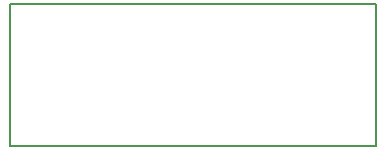
<source format=gbr>
G04 #@! TF.GenerationSoftware,KiCad,Pcbnew,(5.0.0)*
G04 #@! TF.CreationDate,2019-03-20T16:37:46+03:00*
G04 #@! TF.ProjectId,can_adapter,63616E5F616461707465722E6B696361,rev?*
G04 #@! TF.SameCoordinates,Original*
G04 #@! TF.FileFunction,Profile,NP*
%FSLAX46Y46*%
G04 Gerber Fmt 4.6, Leading zero omitted, Abs format (unit mm)*
G04 Created by KiCad (PCBNEW (5.0.0)) date 03/20/19 16:37:46*
%MOMM*%
%LPD*%
G01*
G04 APERTURE LIST*
%ADD10C,0.150000*%
G04 APERTURE END LIST*
D10*
X160500000Y-48500000D02*
X191500000Y-48500000D01*
X160500000Y-60500000D02*
X160500000Y-48500000D01*
X191500000Y-60500000D02*
X160500000Y-60500000D01*
X191500000Y-48500000D02*
X191500000Y-60500000D01*
M02*

</source>
